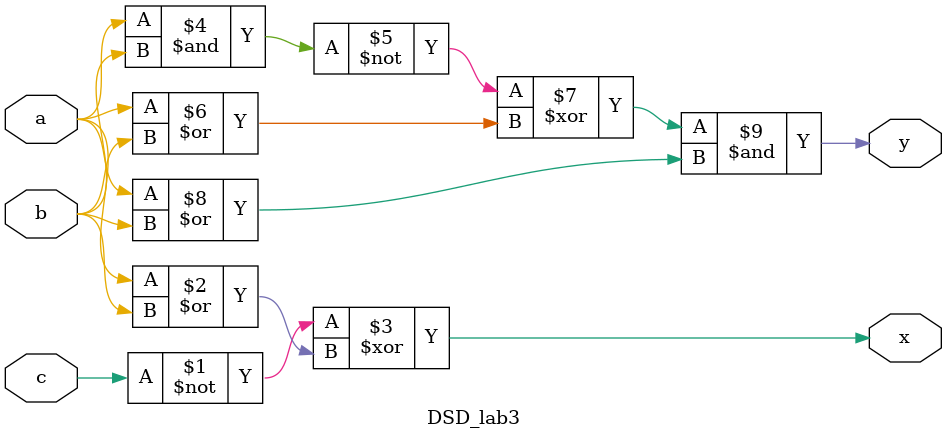
<source format=sv>
`timescale 1ns / 1ps

module DSD_lab3( output x,y,
    input a,b,c);
    assign x = ~c ^ (a | b);
    assign y = (~(a & b) ^ (a | b)) & (a | b); 
endmodule

</source>
